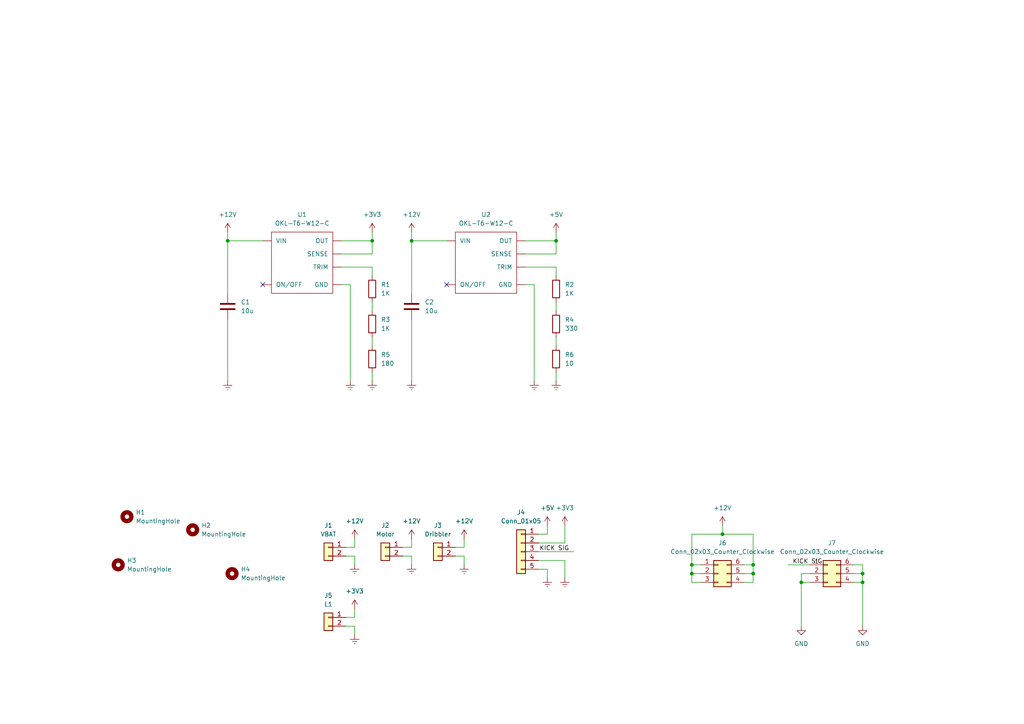
<source format=kicad_sch>
(kicad_sch (version 20231120) (generator "eeschema") (generator_version "8.0")
  (paper "A4")
  (lib_symbols
    (symbol "+12V_1" (power) (pin_numbers hide) (pin_names (offset 0) hide)
      (property "Value" "+12V" (at 0 3.556 0))
      (symbol "+12V_1_0_1"
        (polyline (pts (xy -0.762 1.27) (xy 0 2.54)))
        (polyline (pts (xy 0 0) (xy 0 2.54)))
        (polyline (pts (xy 0 2.54) (xy 0.762 1.27)))
      )
      (symbol "+12V_1_1_1"
        (pin power_in line (at 0 0 90) (length 0) (name "~") (number "1"))
      )
    )
    (symbol "+12V_2" (power) (pin_numbers hide) (pin_names (offset 0) hide)
      (property "Value" "+12V" (at 0 3.556 0))
      (symbol "+12V_2_0_1"
        (polyline (pts (xy -0.762 1.27) (xy 0 2.54)))
        (polyline (pts (xy 0 0) (xy 0 2.54)))
        (polyline (pts (xy 0 2.54) (xy 0.762 1.27)))
      )
      (symbol "+12V_2_1_1"
        (pin power_in line (at 0 0 90) (length 0) (name "~") (number "1"))
      )
    )
    (symbol "+3V3_1" (power) (pin_numbers hide) (pin_names (offset 0) hide)
      (property "Value" "+3V3" (at 0 3.556 0))
      (symbol "+3V3_1_0_1"
        (polyline (pts (xy -0.762 1.27) (xy 0 2.54)))
        (polyline (pts (xy 0 0) (xy 0 2.54)))
        (polyline (pts (xy 0 2.54) (xy 0.762 1.27)))
      )
      (symbol "+3V3_1_1_1"
        (pin power_in line (at 0 0 90) (length 0) (name "~") (number "1"))
      )
    )
    (symbol "+3V3_2" (power) (pin_numbers hide) (pin_names (offset 0) hide)
      (property "Value" "+3V3" (at 0 3.556 0))
      (symbol "+3V3_2_0_1"
        (polyline (pts (xy -0.762 1.27) (xy 0 2.54)))
        (polyline (pts (xy 0 0) (xy 0 2.54)))
        (polyline (pts (xy 0 2.54) (xy 0.762 1.27)))
      )
      (symbol "+3V3_2_1_1"
        (pin power_in line (at 0 0 90) (length 0) (name "~") (number "1"))
      )
    )
    (symbol "+5V_1" (power) (pin_numbers hide) (pin_names (offset 0) hide)
      (property "Value" "+5V" (at 0 3.556 0))
      (symbol "+5V_1_0_1"
        (polyline (pts (xy -0.762 1.27) (xy 0 2.54)))
        (polyline (pts (xy 0 0) (xy 0 2.54)))
        (polyline (pts (xy 0 2.54) (xy 0.762 1.27)))
      )
      (symbol "+5V_1_1_1"
        (pin power_in line (at 0 0 90) (length 0) (name "~") (number "1"))
      )
    )
    (symbol "Connector_Generic:Conn_01x02" (pin_names (offset 1.016) hide)
      (property "Reference" "J" (at 0 2.54 0))
      (property "Value" "Conn_01x02" (at 0 -5.08 0))
      (symbol "Conn_01x02_1_1"
        (rectangle (start -1.27 -2.413) (end 0 -2.667) (stroke (width 0.1524)))
        (rectangle (start -1.27 0.127) (end 0 -0.127) (stroke (width 0.1524)))
        (rectangle (start -1.27 1.27) (end 1.27 -3.81) (stroke (width 0.254)) (fill (type background)))
        (pin passive line (at -5.08 0 0) (length 3.81) (name "Pin_1") (number "1"))
        (pin passive line (at -5.08 -2.54 0) (length 3.81) (name "Pin_2") (number "2"))
      )
    )
    (symbol "Connector_Generic:Conn_01x05" (pin_names (offset 1.016) hide)
      (property "Reference" "J" (at 0 7.62 0))
      (property "Value" "Conn_01x05" (at 0 -7.62 0))
      (symbol "Conn_01x05_1_1"
        (rectangle (start -1.27 -4.953) (end 0 -5.207) (stroke (width 0.1524)))
        (rectangle (start -1.27 -2.413) (end 0 -2.667) (stroke (width 0.1524)))
        (rectangle (start -1.27 0.127) (end 0 -0.127) (stroke (width 0.1524)))
        (rectangle (start -1.27 2.667) (end 0 2.413) (stroke (width 0.1524)))
        (rectangle (start -1.27 5.207) (end 0 4.953) (stroke (width 0.1524)))
        (rectangle (start -1.27 6.35) (end 1.27 -6.35) (stroke (width 0.254)) (fill (type background)))
        (pin passive line (at -5.08 5.08 0) (length 3.81) (name "Pin_1") (number "1"))
        (pin passive line (at -5.08 2.54 0) (length 3.81) (name "Pin_2") (number "2"))
        (pin passive line (at -5.08 0 0) (length 3.81) (name "Pin_3") (number "3"))
        (pin passive line (at -5.08 -2.54 0) (length 3.81) (name "Pin_4") (number "4"))
        (pin passive line (at -5.08 -5.08 0) (length 3.81) (name "Pin_5") (number "5"))
      )
    )
    (symbol "Connector_Generic:Conn_02x03_Counter_Clockwise" (pin_names (offset 1.016) hide)
      (property "Reference" "J" (at 1.27 5.08 0))
      (property "Value" "Conn_02x03_Counter_Clockwise" (at 1.27 -5.08 0))
      (symbol "Conn_02x03_Counter_Clockwise_1_1"
        (rectangle (start -1.27 -2.413) (end 0 -2.667) (stroke (width 0.1524)))
        (rectangle (start -1.27 0.127) (end 0 -0.127) (stroke (width 0.1524)))
        (rectangle (start -1.27 2.667) (end 0 2.413) (stroke (width 0.1524)))
        (rectangle (start -1.27 3.81) (end 3.81 -3.81) (stroke (width 0.254)) (fill (type background)))
        (rectangle (start 3.81 -2.413) (end 2.54 -2.667) (stroke (width 0.1524)))
        (rectangle (start 3.81 0.127) (end 2.54 -0.127) (stroke (width 0.1524)))
        (rectangle (start 3.81 2.667) (end 2.54 2.413) (stroke (width 0.1524)))
        (pin passive line (at -5.08 2.54 0) (length 3.81) (name "Pin_1") (number "1"))
        (pin passive line (at -5.08 0 0) (length 3.81) (name "Pin_2") (number "2"))
        (pin passive line (at -5.08 -2.54 0) (length 3.81) (name "Pin_3") (number "3"))
        (pin passive line (at 7.62 -2.54 180) (length 3.81) (name "Pin_4") (number "4"))
        (pin passive line (at 7.62 0 180) (length 3.81) (name "Pin_5") (number "5"))
        (pin passive line (at 7.62 2.54 180) (length 3.81) (name "Pin_6") (number "6"))
      )
    )
    (symbol "Device:C" (pin_numbers hide) (pin_names (offset 0.254))
      (property "Reference" "C" (at 0.635 2.54 0))
      (property "Value" "C" (at 0.635 -2.54 0))
      (symbol "C_0_1"
        (polyline (pts (xy -2.032 -0.762) (xy 2.032 -0.762)) (stroke (width 0.508)))
        (polyline (pts (xy -2.032 0.762) (xy 2.032 0.762)) (stroke (width 0.508)))
      )
      (symbol "C_1_1"
        (pin passive line (at 0 3.81 270) (length 2.794) (name "~") (number "1"))
        (pin passive line (at 0 -3.81 90) (length 2.794) (name "~") (number "2"))
      )
    )
    (symbol "Device:R" (pin_numbers hide) (pin_names (offset 0))
      (property "Reference" "R" (at 2.032 0 90))
      (property "Value" "R" (at 0 0 90))
      (symbol "R_0_1"
        (rectangle (start -1.016 -2.54) (end 1.016 2.54) (stroke (width 0.254)))
      )
      (symbol "R_1_1"
        (pin passive line (at 0 3.81 270) (length 1.27) (name "~") (number "1"))
        (pin passive line (at 0 -3.81 90) (length 1.27) (name "~") (number "2"))
      )
    )
    (symbol "Mechanical:MountingHole" (pin_names (offset 1.016)) (exclude_from_sim yes) (in_bom no)
      (property "Reference" "H" (at 0 5.08 0))
      (property "Value" "MountingHole" (at 0 3.175 0))
      (symbol "MountingHole_0_1"
        (circle (center 0 0) (radius 1.27) (stroke (width 1.27)))
      )
    )
    (symbol "power:+12V" (power) (pin_names (offset 0))
      (property "Value" "+12V" (at 0 3.556 0))
      (symbol "+12V_0_1"
        (polyline (pts (xy -0.762 1.27) (xy 0 2.54)))
        (polyline (pts (xy 0 0) (xy 0 2.54)))
        (polyline (pts (xy 0 2.54) (xy 0.762 1.27)))
      )
      (symbol "+12V_1_1"
        (pin power_in line (at 0 0 90) (length 0) hide (name "+12V") (number "1"))
      )
    )
    (symbol "power:+3V3" (power) (pin_names (offset 0))
      (property "Value" "+3V3" (at 0 3.556 0))
      (symbol "+3V3_0_1"
        (polyline (pts (xy -0.762 1.27) (xy 0 2.54)))
        (polyline (pts (xy 0 0) (xy 0 2.54)))
        (polyline (pts (xy 0 2.54) (xy 0.762 1.27)))
      )
      (symbol "+3V3_1_1"
        (pin power_in line (at 0 0 90) (length 0) hide (name "+3V3") (number "1"))
      )
    )
    (symbol "power:+5V" (power) (pin_names (offset 0))
      (property "Value" "+5V" (at 0 3.556 0))
      (symbol "+5V_0_1"
        (polyline (pts (xy -0.762 1.27) (xy 0 2.54)))
        (polyline (pts (xy 0 0) (xy 0 2.54)))
        (polyline (pts (xy 0 2.54) (xy 0.762 1.27)))
      )
      (symbol "+5V_1_1"
        (pin power_in line (at 0 0 90) (length 0) hide (name "+5V") (number "1"))
      )
    )
    (symbol "power:GND" (power) (pin_names (offset 0))
      (property "Value" "GND" (at 0 -3.81 0))
      (symbol "GND_0_1"
        (polyline (pts (xy 0 0) (xy 0 -1.27) (xy 1.27 -1.27) (xy 0 -2.54) (xy -1.27 -1.27) (xy 0 -1.27)))
      )
      (symbol "GND_1_1"
        (pin power_in line (at 0 0 270) (length 0) hide (name "GND") (number "1"))
      )
    )
    (symbol "power:GNDREF" (power) (pin_numbers hide) (pin_names (offset 0) hide)
      (property "Value" "GNDREF" (at 0 -3.81 0))
      (symbol "GNDREF_0_1"
        (polyline (pts (xy -0.635 -1.905) (xy 0.635 -1.905)))
        (polyline (pts (xy -0.127 -2.54) (xy 0.127 -2.54)))
        (polyline (pts (xy 0 -1.27) (xy 0 0)))
        (polyline (pts (xy 1.27 -1.27) (xy -1.27 -1.27)))
      )
      (symbol "GNDREF_1_1"
        (pin power_in line (at 0 0 270) (length 0) (name "~") (number "1"))
      )
    )
    (symbol "senrobo_kicad:OKL-T6-W12-C" (pin_numbers hide) (pin_names (offset 1.27))
      (property "Reference" "U" (at 0 6.858 0))
      (property "Value" "OKL-T6-W12-C" (at 0 5.08 0))
      (symbol "OKL-T6-W12-C_0_1"
        (rectangle (start -8.89 2.54) (end 8.89 -15.24))
      )
      (symbol "OKL-T6-W12-C_1_1"
        (pin input line (at -11.43 -12.7 0) (length 2.54) (name "ON/OFF") (number "1"))
        (pin no_connect line (at -11.43 -8.89 0) (length 2.54) hide (name "") (number "11"))
        (pin no_connect line (at -11.43 -8.89 0) (length 2.54) hide (name "") (number "12"))
        (pin power_in line (at -11.43 0 0) (length 2.54) (name "VIN") (number "2"))
        (pin power_in line (at 11.43 -12.7 180) (length 2.54) (name "GND") (number "3"))
        (pin power_in line (at 11.43 0 180) (length 2.54) (name "OUT") (number "4"))
        (pin input line (at 11.43 -3.81 180) (length 2.54) (name "SENSE") (number "5"))
        (pin input line (at 11.43 -7.62 180) (length 2.54) (name "TRIM") (number "6"))
        (pin power_in line (at 11.43 -12.7 180) (length 2.54) hide (name "GND") (number "7"))
        (pin no_connect line (at -11.43 -8.89 0) (length 2.54) hide (name "") (number "8"))
      )
    )
  )
  (junction (at 232.41 168.91))
  (junction (at 200.66 163.83))
  (junction (at 66.04 69.85))
  (junction (at 250.19 168.91))
  (junction (at 161.29 69.85))
  (junction (at 200.66 166.37))
  (junction (at 119.38 69.85))
  (junction (at 209.55 154.94))
  (junction (at 250.19 166.37))
  (junction (at 218.44 166.37))
  (junction (at 218.44 163.83))
  (junction (at 107.95 69.85))
  (no_connect (at 129.54 82.55))
  (no_connect (at 76.2 82.55))
  (wire (pts (xy 119.38 156.21) (xy 119.38 158.75)))
  (wire (pts (xy 152.4 69.85) (xy 161.29 69.85)))
  (wire (pts (xy 250.19 168.91) (xy 250.19 181.61)))
  (wire (pts (xy 232.41 168.91) (xy 232.41 181.61)))
  (wire (pts (xy 161.29 69.85) (xy 161.29 73.66)))
  (wire (pts (xy 102.87 161.29) (xy 102.87 163.83)))
  (wire (pts (xy 200.66 166.37) (xy 200.66 168.91)))
  (wire (pts (xy 100.33 181.61) (xy 102.87 181.61)))
  (wire (pts (xy 250.19 166.37) (xy 250.19 168.91)))
  (wire (pts (xy 107.95 67.31) (xy 107.95 69.85)))
  (wire (pts (xy 119.38 69.85) (xy 129.54 69.85)))
  (wire (pts (xy 154.94 82.55) (xy 154.94 110.49)))
  (wire (pts (xy 200.66 154.94) (xy 200.66 163.83)))
  (wire (pts (xy 152.4 82.55) (xy 154.94 82.55)))
  (wire (pts (xy 161.29 87.63) (xy 161.29 90.17)))
  (wire (pts (xy 200.66 163.83) (xy 200.66 166.37)))
  (wire (pts (xy 215.9 168.91) (xy 218.44 168.91)))
  (wire (pts (xy 158.75 152.4) (xy 158.75 154.94)))
  (wire (pts (xy 158.75 167.64) (xy 158.75 165.1)))
  (wire (pts (xy 232.41 168.91) (xy 234.95 168.91)))
  (wire (pts (xy 209.55 152.4) (xy 209.55 154.94)))
  (wire (pts (xy 119.38 67.31) (xy 119.38 69.85)))
  (wire (pts (xy 132.08 161.29) (xy 134.62 161.29)))
  (wire (pts (xy 218.44 166.37) (xy 218.44 168.91)))
  (wire (pts (xy 119.38 92.71) (xy 119.38 110.49)))
  (wire (pts (xy 102.87 156.21) (xy 102.87 158.75)))
  (wire (pts (xy 200.66 168.91) (xy 203.2 168.91)))
  (wire (pts (xy 107.95 69.85) (xy 107.95 73.66)))
  (wire (pts (xy 163.83 167.64) (xy 163.83 162.56)))
  (wire (pts (xy 156.21 160.02) (xy 166.37 160.02)))
  (wire (pts (xy 200.66 166.37) (xy 203.2 166.37)))
  (wire (pts (xy 200.66 163.83) (xy 203.2 163.83)))
  (wire (pts (xy 247.65 168.91) (xy 250.19 168.91)))
  (wire (pts (xy 107.95 87.63) (xy 107.95 90.17)))
  (wire (pts (xy 218.44 154.94) (xy 218.44 163.83)))
  (wire (pts (xy 102.87 181.61) (xy 102.87 184.15)))
  (wire (pts (xy 156.21 165.1) (xy 158.75 165.1)))
  (wire (pts (xy 200.66 154.94) (xy 209.55 154.94)))
  (wire (pts (xy 152.4 77.47) (xy 161.29 77.47)))
  (wire (pts (xy 215.9 163.83) (xy 218.44 163.83)))
  (wire (pts (xy 99.06 82.55) (xy 101.6 82.55)))
  (wire (pts (xy 209.55 154.94) (xy 218.44 154.94)))
  (wire (pts (xy 119.38 161.29) (xy 119.38 163.83)))
  (wire (pts (xy 107.95 77.47) (xy 107.95 80.01)))
  (wire (pts (xy 66.04 92.71) (xy 66.04 110.49)))
  (wire (pts (xy 66.04 69.85) (xy 76.2 69.85)))
  (wire (pts (xy 228.6 163.83) (xy 234.95 163.83)))
  (wire (pts (xy 102.87 176.53) (xy 102.87 179.07)))
  (wire (pts (xy 99.06 69.85) (xy 107.95 69.85)))
  (wire (pts (xy 156.21 162.56) (xy 163.83 162.56)))
  (wire (pts (xy 152.4 73.66) (xy 161.29 73.66)))
  (wire (pts (xy 101.6 82.55) (xy 101.6 110.49)))
  (wire (pts (xy 156.21 157.48) (xy 163.83 157.48)))
  (wire (pts (xy 161.29 97.79) (xy 161.29 100.33)))
  (wire (pts (xy 161.29 107.95) (xy 161.29 110.49)))
  (wire (pts (xy 156.21 154.94) (xy 158.75 154.94)))
  (wire (pts (xy 116.84 161.29) (xy 119.38 161.29)))
  (wire (pts (xy 66.04 67.31) (xy 66.04 69.85)))
  (wire (pts (xy 215.9 166.37) (xy 218.44 166.37)))
  (wire (pts (xy 107.95 107.95) (xy 107.95 110.49)))
  (wire (pts (xy 134.62 156.21) (xy 134.62 158.75)))
  (wire (pts (xy 247.65 166.37) (xy 250.19 166.37)))
  (wire (pts (xy 247.65 163.83) (xy 250.19 163.83)))
  (wire (pts (xy 232.41 166.37) (xy 232.41 168.91)))
  (wire (pts (xy 161.29 77.47) (xy 161.29 80.01)))
  (wire (pts (xy 100.33 179.07) (xy 102.87 179.07)))
  (wire (pts (xy 134.62 161.29) (xy 134.62 163.83)))
  (wire (pts (xy 100.33 161.29) (xy 102.87 161.29)))
  (wire (pts (xy 218.44 163.83) (xy 218.44 166.37)))
  (wire (pts (xy 100.33 158.75) (xy 102.87 158.75)))
  (wire (pts (xy 250.19 163.83) (xy 250.19 166.37)))
  (wire (pts (xy 232.41 166.37) (xy 234.95 166.37)))
  (wire (pts (xy 119.38 69.85) (xy 119.38 85.09)))
  (wire (pts (xy 99.06 73.66) (xy 107.95 73.66)))
  (wire (pts (xy 116.84 158.75) (xy 119.38 158.75)))
  (wire (pts (xy 161.29 67.31) (xy 161.29 69.85)))
  (wire (pts (xy 66.04 69.85) (xy 66.04 85.09)))
  (wire (pts (xy 99.06 77.47) (xy 107.95 77.47)))
  (wire (pts (xy 107.95 97.79) (xy 107.95 100.33)))
  (wire (pts (xy 132.08 158.75) (xy 134.62 158.75)))
  (wire (pts (xy 163.83 152.4) (xy 163.83 157.48)))
  (label "KICK SIG" (at 165.1 160.02 180))
  (label "KICK SIG" (at 229.87 163.83 0))
  (symbol (lib_id "power:+5V") (at 158.75 152.4 0) (unit 1)
    (property "Reference" "#PWR011" (effects (hide yes)))
    (property "Value" "+5V" (at 158.75 147.32 0))
    (property "Description" "Power symbol creates a global label with name \"+5V\"" (effects (hide yes)))
  )
  (symbol (lib_id "Connector_Generic:Conn_01x02") (at 95.25 158.75 0) (mirror y) (unit 1)
    (property "Reference" "J1" (at 95.25 152.4 0))
    (property "Value" "VBAT" (at 95.25 154.94 0))
    (property "Footprint" "Library:xt60-f" (effects (hide yes)))
    (property "Description" "Generic connector, single row, 01x02, script generated (kicad-library-utils/schlib/autogen/connector/)" (effects (hide yes)))
  )
  (symbol (lib_id "power:GNDREF") (at 66.04 110.49 0) (unit 1)
    (property "Reference" "#PWR05" (effects (hide yes)))
    (property "Value" "GNDREF" (effects (hide yes)))
    (property "Description" "Power symbol creates a global label with name \"GNDREF\" , reference supply ground" (effects (hide yes)))
  )
  (symbol (lib_id "Connector_Generic:Conn_01x02") (at 95.25 179.07 0) (mirror y) (unit 1)
    (property "Reference" "J5" (at 95.25 172.72 0))
    (property "Value" "L1" (at 95.25 175.26 0))
    (property "Footprint" "Connector_JST:JST_XH_B2B-XH-A_1x02_P2.50mm_Vertical" (effects (hide yes)))
    (property "Description" "Generic connector, single row, 01x02, script generated (kicad-library-utils/schlib/autogen/connector/)" (effects (hide yes)))
  )
  (symbol (lib_id "Device:R") (at 107.95 93.98 0) (unit 1)
    (property "Reference" "R3" (at 110.49 92.7099 0) (effects (justify left)))
    (property "Value" "1K" (at 110.49 95.2499 0) (effects (justify left)))
    (property "Footprint" "Library:res0603" (effects (hide yes)))
    (property "Description" "Resistor" (effects (hide yes)))
  )
  (symbol (lib_id "power:GND") (at 232.41 181.61 0) (unit 1)
    (property "Reference" "#PWR024" (effects (hide yes)))
    (property "Value" "GND" (at 232.41 186.69 0))
  )
  (symbol (lib_id "power:GNDREF") (at 101.6 110.49 0) (unit 1)
    (property "Reference" "#PWR06" (effects (hide yes)))
    (property "Value" "GNDREF" (effects (hide yes)))
    (property "Description" "Power symbol creates a global label with name \"GNDREF\" , reference supply ground" (effects (hide yes)))
  )
  (symbol (lib_id "Device:R") (at 107.95 104.14 0) (unit 1)
    (property "Reference" "R5" (at 110.49 102.8699 0) (effects (justify left)))
    (property "Value" "180" (at 110.49 105.4099 0) (effects (justify left)))
    (property "Footprint" "Library:res0603" (effects (hide yes)))
    (property "Description" "Resistor" (effects (hide yes)))
  )
  (symbol (lib_name "+12V_1") (lib_id "power:+12V") (at 102.87 156.21 0) (unit 1)
    (property "Reference" "#PWR013" (effects (hide yes)))
    (property "Value" "+12V" (at 102.87 151.13 0))
    (property "Description" "Power symbol creates a global label with name \"+12V\"" (effects (hide yes)))
  )
  (symbol (lib_id "Device:R") (at 107.95 83.82 0) (unit 1)
    (property "Reference" "R1" (at 110.49 82.5499 0) (effects (justify left)))
    (property "Value" "1K" (at 110.49 85.0899 0) (effects (justify left)))
    (property "Footprint" "Library:res0603" (effects (hide yes)))
    (property "Description" "Resistor" (effects (hide yes)))
  )
  (symbol (lib_id "Device:R") (at 161.29 104.14 0) (unit 1)
    (property "Reference" "R6" (at 163.83 102.8699 0) (effects (justify left)))
    (property "Value" "10" (at 163.83 105.4099 0) (effects (justify left)))
    (property "Footprint" "Library:res0603" (effects (hide yes)))
    (property "Description" "Resistor" (effects (hide yes)))
  )
  (symbol (lib_name "+12V_1") (lib_id "power:+12V") (at 119.38 156.21 0) (unit 1)
    (property "Reference" "#PWR014" (effects (hide yes)))
    (property "Value" "+12V" (at 119.38 151.13 0))
    (property "Description" "Power symbol creates a global label with name \"+12V\"" (effects (hide yes)))
  )
  (symbol (lib_id "Device:C") (at 119.38 88.9 0) (unit 1)
    (property "Reference" "C2" (at 123.19 87.6299 0) (effects (justify left)))
    (property "Value" "10u" (at 123.19 90.1699 0) (effects (justify left)))
    (property "Footprint" "Library:cap0603" (effects (hide yes)))
    (property "Description" "Unpolarized capacitor" (effects (hide yes)))
  )
  (symbol (lib_id "Connector_Generic:Conn_02x03_Counter_Clockwise") (at 208.28 166.37 0) (unit 1)
    (property "Reference" "J6" (at 209.55 157.48 0))
    (property "Value" "Conn_02x03_Counter_Clockwise" (at 209.55 160.02 0))
    (property "Footprint" "Connector_PinSocket_2.54mm:PinSocket_2x03_P2.54mm_Vertical" (effects (hide yes)))
    (property "Description" "Generic connector, double row, 02x03, counter clockwise pin numbering scheme (similar to DIP package numbering), script generated (kicad-library-utils/schlib/autogen/connector/)" (effects (hide yes)))
  )
  (symbol (lib_name "+12V_2") (lib_id "power:+12V") (at 66.04 67.31 0) (unit 1)
    (property "Reference" "#PWR01" (effects (hide yes)))
    (property "Value" "+12V" (at 66.04 62.23 0))
    (property "Description" "Power symbol creates a global label with name \"+12V\"" (effects (hide yes)))
  )
  (symbol (lib_id "Connector_Generic:Conn_01x02") (at 111.76 158.75 0) (mirror y) (unit 1)
    (property "Reference" "J2" (at 111.76 152.4 0))
    (property "Value" "Motor" (at 111.76 154.94 0))
    (property "Footprint" "Library:xt30-f" (effects (hide yes)))
    (property "Description" "Generic connector, single row, 01x02, script generated (kicad-library-utils/schlib/autogen/connector/)" (effects (hide yes)))
  )
  (symbol (lib_id "Mechanical:MountingHole") (at 36.83 149.86 0) (unit 1) (exclude_from_sim yes) (in_bom no)
    (property "Reference" "H1" (at 39.37 148.5899 0) (effects (justify left)))
    (property "Value" "MountingHole" (at 39.37 151.1299 0) (effects (justify left)))
    (property "Footprint" "MountingHole:MountingHole_3.2mm_M3_Pad" (effects (hide yes)))
    (property "Description" "Mounting Hole without connection" (effects (hide yes)))
  )
  (symbol (lib_id "senrobo_kicad:OKL-T6-W12-C") (at 87.63 69.85 0) (unit 1)
    (property "Reference" "U1" (at 87.63 62.23 0))
    (property "Value" "OKL-T6-W12-C" (at 87.63 64.77 0))
    (property "Footprint" "Library:MURATA_OKL-T-6-W12" (effects (hide yes)))
  )
  (symbol (lib_name "+12V_2") (lib_id "power:+12V") (at 119.38 67.31 0) (unit 1)
    (property "Reference" "#PWR03" (effects (hide yes)))
    (property "Value" "+12V" (at 119.38 62.23 0))
    (property "Description" "Power symbol creates a global label with name \"+12V\"" (effects (hide yes)))
  )
  (symbol (lib_id "power:GNDREF") (at 154.94 110.49 0) (unit 1)
    (property "Reference" "#PWR09" (effects (hide yes)))
    (property "Value" "GNDREF" (effects (hide yes)))
    (property "Description" "Power symbol creates a global label with name \"GNDREF\" , reference supply ground" (effects (hide yes)))
  )
  (symbol (lib_id "Device:R") (at 161.29 93.98 0) (unit 1)
    (property "Reference" "R4" (at 163.83 92.7099 0) (effects (justify left)))
    (property "Value" "330" (at 163.83 95.2499 0) (effects (justify left)))
    (property "Footprint" "Library:res0603" (effects (hide yes)))
    (property "Description" "Resistor" (effects (hide yes)))
  )
  (symbol (lib_id "power:GNDREF") (at 119.38 163.83 0) (unit 1)
    (property "Reference" "#PWR017" (effects (hide yes)))
    (property "Value" "GNDREF" (effects (hide yes)))
    (property "Description" "Power symbol creates a global label with name \"GNDREF\" , reference supply ground" (effects (hide yes)))
  )
  (symbol (lib_name "+3V3_1") (lib_id "power:+3V3") (at 102.87 176.53 0) (unit 1)
    (property "Reference" "#PWR021" (effects (hide yes)))
    (property "Value" "+3V3" (at 102.87 171.45 0))
    (property "Description" "Power symbol creates a global label with name \"+3V3\"" (effects (hide yes)))
  )
  (symbol (lib_id "power:GNDREF") (at 161.29 110.49 0) (unit 1)
    (property "Reference" "#PWR010" (effects (hide yes)))
    (property "Value" "GNDREF" (effects (hide yes)))
    (property "Description" "Power symbol creates a global label with name \"GNDREF\" , reference supply ground" (effects (hide yes)))
  )
  (symbol (lib_id "power:GNDREF") (at 102.87 163.83 0) (unit 1)
    (property "Reference" "#PWR016" (effects (hide yes)))
    (property "Value" "GNDREF" (effects (hide yes)))
    (property "Description" "Power symbol creates a global label with name \"GNDREF\" , reference supply ground" (effects (hide yes)))
  )
  (symbol (lib_id "power:GNDREF") (at 107.95 110.49 0) (unit 1)
    (property "Reference" "#PWR07" (effects (hide yes)))
    (property "Value" "GNDREF" (effects (hide yes)))
    (property "Description" "Power symbol creates a global label with name \"GNDREF\" , reference supply ground" (effects (hide yes)))
  )
  (symbol (lib_id "senrobo_kicad:OKL-T6-W12-C") (at 140.97 69.85 0) (unit 1)
    (property "Reference" "U2" (at 140.97 62.23 0))
    (property "Value" "OKL-T6-W12-C" (at 140.97 64.77 0))
    (property "Footprint" "Library:MURATA_OKL-T-6-W12" (effects (hide yes)))
  )
  (symbol (lib_id "Device:R") (at 161.29 83.82 0) (unit 1)
    (property "Reference" "R2" (at 163.83 82.5499 0) (effects (justify left)))
    (property "Value" "1K" (at 163.83 85.0899 0) (effects (justify left)))
    (property "Footprint" "Library:res0603" (effects (hide yes)))
    (property "Description" "Resistor" (effects (hide yes)))
  )
  (symbol (lib_name "+12V_1") (lib_id "power:+12V") (at 134.62 156.21 0) (unit 1)
    (property "Reference" "#PWR015" (effects (hide yes)))
    (property "Value" "+12V" (at 134.62 151.13 0))
    (property "Description" "Power symbol creates a global label with name \"+12V\"" (effects (hide yes)))
  )
  (symbol (lib_id "power:GNDREF") (at 119.38 110.49 0) (unit 1)
    (property "Reference" "#PWR08" (effects (hide yes)))
    (property "Value" "GNDREF" (effects (hide yes)))
    (property "Description" "Power symbol creates a global label with name \"GNDREF\" , reference supply ground" (effects (hide yes)))
  )
  (symbol (lib_id "power:GNDREF") (at 102.87 184.15 0) (unit 1)
    (property "Reference" "#PWR022" (effects (hide yes)))
    (property "Value" "GNDREF" (effects (hide yes)))
    (property "Description" "Power symbol creates a global label with name \"GNDREF\" , reference supply ground" (effects (hide yes)))
  )
  (symbol (lib_id "power:GNDREF") (at 134.62 163.83 0) (unit 1)
    (property "Reference" "#PWR018" (effects (hide yes)))
    (property "Value" "GNDREF" (effects (hide yes)))
    (property "Description" "Power symbol creates a global label with name \"GNDREF\" , reference supply ground" (effects (hide yes)))
  )
  (symbol (lib_id "power:GND") (at 250.19 181.61 0) (unit 1)
    (property "Reference" "#PWR025" (effects (hide yes)))
    (property "Value" "GND" (at 250.19 186.69 0))
  )
  (symbol (lib_id "power:+3V3") (at 163.83 152.4 0) (unit 1)
    (property "Reference" "#PWR012" (effects (hide yes)))
    (property "Value" "+3V3" (at 163.83 147.32 0))
    (property "Description" "Power symbol creates a global label with name \"+3V3\"" (effects (hide yes)))
  )
  (symbol (lib_id "Connector_Generic:Conn_01x05") (at 151.13 160.02 0) (mirror y) (unit 1)
    (property "Reference" "J4" (at 151.13 148.59 0))
    (property "Value" "Conn_01x05" (at 151.13 151.13 0))
    (property "Footprint" "Connector_JST:JST_XH_B5B-XH-A_1x05_P2.50mm_Vertical" (effects (hide yes)))
    (property "Description" "Generic connector, single row, 01x05, script generated (kicad-library-utils/schlib/autogen/connector/)" (effects (hide yes)))
  )
  (symbol (lib_id "power:+12V") (at 209.55 152.4 0) (unit 1)
    (property "Reference" "#PWR023" (effects (hide yes)))
    (property "Value" "+12V" (at 209.55 147.32 0))
    (property "Description" "Power symbol creates a global label with name \"+12V\"" (effects (hide yes)))
  )
  (symbol (lib_id "Mechanical:MountingHole") (at 67.31 166.37 0) (unit 1) (exclude_from_sim yes) (in_bom no)
    (property "Reference" "H4" (at 69.85 165.0999 0) (effects (justify left)))
    (property "Value" "MountingHole" (at 69.85 167.6399 0) (effects (justify left)))
    (property "Footprint" "MountingHole:MountingHole_3.2mm_M3_Pad" (effects (hide yes)))
    (property "Description" "Mounting Hole without connection" (effects (hide yes)))
  )
  (symbol (lib_id "Device:C") (at 66.04 88.9 0) (unit 1)
    (property "Reference" "C1" (at 69.85 87.6299 0) (effects (justify left)))
    (property "Value" "10u" (at 69.85 90.1699 0) (effects (justify left)))
    (property "Footprint" "Library:cap0603" (effects (hide yes)))
    (property "Description" "Unpolarized capacitor" (effects (hide yes)))
  )
  (symbol (lib_id "Mechanical:MountingHole") (at 34.29 163.83 0) (unit 1) (exclude_from_sim yes) (in_bom no)
    (property "Reference" "H3" (at 36.83 162.5599 0) (effects (justify left)))
    (property "Value" "MountingHole" (at 36.83 165.0999 0) (effects (justify left)))
    (property "Footprint" "MountingHole:MountingHole_3.2mm_M3_Pad" (effects (hide yes)))
    (property "Description" "Mounting Hole without connection" (effects (hide yes)))
  )
  (symbol (lib_id "power:GNDREF") (at 158.75 167.64 0) (mirror y) (unit 1)
    (property "Reference" "#PWR019" (effects (hide yes)))
    (property "Value" "GNDREF" (effects (hide yes)))
    (property "Description" "Power symbol creates a global label with name \"GNDREF\" , reference supply ground" (effects (hide yes)))
  )
  (symbol (lib_id "Mechanical:MountingHole") (at 55.88 153.67 0) (unit 1) (exclude_from_sim yes) (in_bom no)
    (property "Reference" "H2" (at 58.42 152.3999 0) (effects (justify left)))
    (property "Value" "MountingHole" (at 58.42 154.9399 0) (effects (justify left)))
    (property "Footprint" "MountingHole:MountingHole_3.2mm_M3_Pad" (effects (hide yes)))
    (property "Description" "Mounting Hole without connection" (effects (hide yes)))
  )
  (symbol (lib_id "Connector_Generic:Conn_02x03_Counter_Clockwise") (at 240.03 166.37 0) (unit 1)
    (property "Reference" "J7" (at 241.3 157.48 0))
    (property "Value" "Conn_02x03_Counter_Clockwise" (at 241.3 160.02 0))
    (property "Footprint" "Connector_PinSocket_2.54mm:PinSocket_2x03_P2.54mm_Vertical" (effects (hide yes)))
    (property "Description" "Generic connector, double row, 02x03, counter clockwise pin numbering scheme (similar to DIP package numbering), script generated (kicad-library-utils/schlib/autogen/connector/)" (effects (hide yes)))
  )
  (symbol (lib_name "+3V3_2") (lib_id "power:+3V3") (at 107.95 67.31 0) (unit 1)
    (property "Reference" "#PWR02" (effects (hide yes)))
    (property "Value" "+3V3" (at 107.95 62.23 0))
    (property "Description" "Power symbol creates a global label with name \"+3V3\"" (effects (hide yes)))
  )
  (symbol (lib_id "power:GNDREF") (at 163.83 167.64 0) (mirror y) (unit 1)
    (property "Reference" "#PWR020" (effects (hide yes)))
    (property "Value" "GNDREF" (effects (hide yes)))
    (property "Description" "Power symbol creates a global label with name \"GNDREF\" , reference supply ground" (effects (hide yes)))
  )
  (symbol (lib_name "+5V_1") (lib_id "power:+5V") (at 161.29 67.31 0) (unit 1)
    (property "Reference" "#PWR04" (effects (hide yes)))
    (property "Value" "+5V" (at 161.29 62.23 0))
    (property "Description" "Power symbol creates a global label with name \"+5V\"" (effects (hide yes)))
  )
  (symbol (lib_id "Connector_Generic:Conn_01x02") (at 127 158.75 0) (mirror y) (unit 1)
    (property "Reference" "J3" (at 127 152.4 0))
    (property "Value" "Dribbler" (at 127 154.94 0))
    (property "Footprint" "Connector_JST:JST_XH_B2B-XH-A_1x02_P2.50mm_Vertical" (effects (hide yes)))
    (property "Description" "Generic connector, single row, 01x02, script generated (kicad-library-utils/schlib/autogen/connector/)" (effects (hide yes)))
  )
)
</source>
